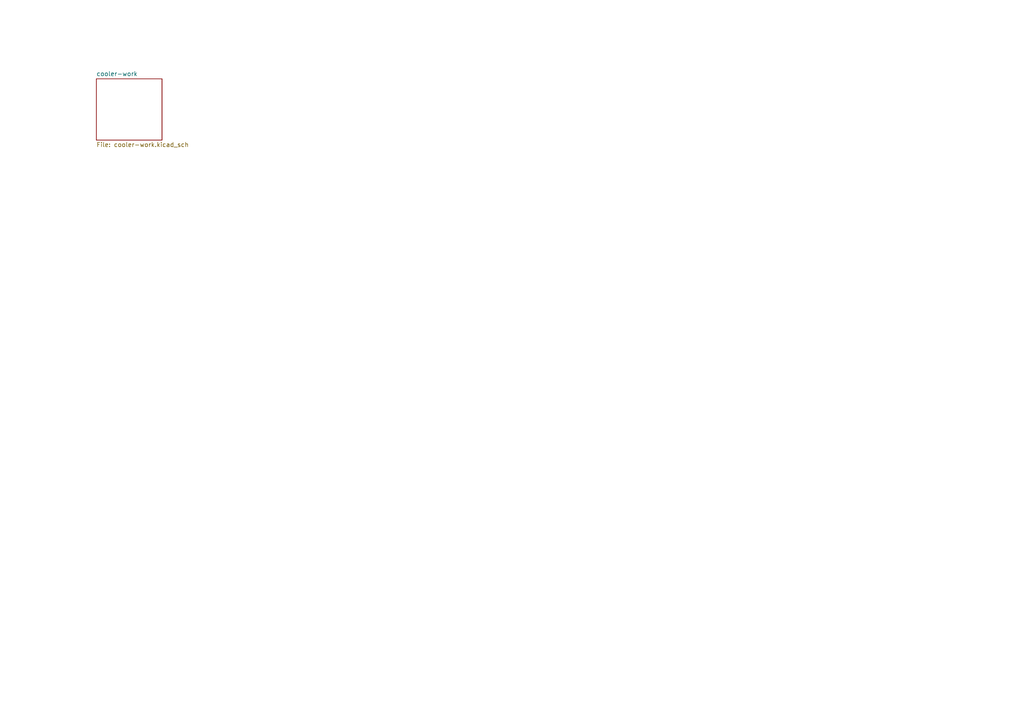
<source format=kicad_sch>
(kicad_sch (version 20211123) (generator eeschema)
  (paper "A4")
  (lib_symbols)
  (sheet (at 27.94 22.86) (size 19.05 17.78) (stroke (width 0.1524))
    (property "Sheet name" "cooler-work" (at 27.94 22.1484 0) (effects (justify left bottom)))
    (property "Sheet file" "cooler-work.kicad_sch" (at 27.94 41.2246 0) (effects (justify left top)))
  )
)
</source>
